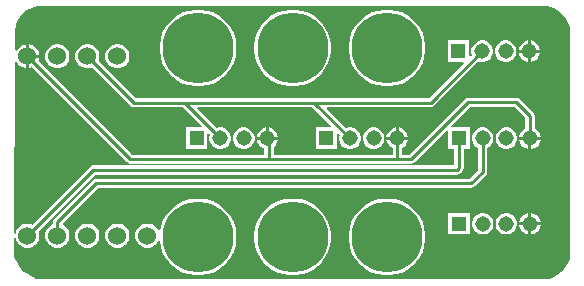
<source format=gbl>
G04*
G04 #@! TF.GenerationSoftware,Altium Limited,Altium Designer,23.0.1 (38)*
G04*
G04 Layer_Physical_Order=2*
G04 Layer_Color=16711680*
%FSLAX25Y25*%
%MOIN*%
G70*
G04*
G04 #@! TF.SameCoordinates,774D8BB4-ACF3-4C22-8FF0-7C46817B3CBB*
G04*
G04*
G04 #@! TF.FilePolarity,Positive*
G04*
G01*
G75*
%ADD12C,0.01000*%
%ADD18R,0.05150X0.05150*%
%ADD19C,0.05150*%
%ADD20C,0.06000*%
%ADD21C,0.23622*%
G36*
X525171Y127820D02*
X526456Y127287D01*
X527660Y126592D01*
X528763Y125746D01*
X529746Y124763D01*
X530592Y123660D01*
X531287Y122456D01*
X531820Y121171D01*
X532000Y120500D01*
X532000Y120500D01*
X532000Y120500D01*
X532000Y44500D01*
X531820Y43829D01*
X531287Y42544D01*
X530592Y41340D01*
X529746Y40237D01*
X528763Y39254D01*
X527660Y38408D01*
X526456Y37712D01*
X525171Y37180D01*
X524500Y37000D01*
X524500Y37000D01*
X524500Y37000D01*
X524500Y37000D01*
X354000Y37000D01*
X353370Y37259D01*
X352168Y37900D01*
X351035Y38655D01*
X349981Y39518D01*
X349019Y40481D01*
X348155Y41535D01*
X347399Y42668D01*
X346759Y43870D01*
X346500Y44500D01*
X346500Y44500D01*
X346541Y50756D01*
X347041Y50820D01*
X347273Y49956D01*
X347799Y49044D01*
X348544Y48299D01*
X349456Y47773D01*
X350473Y47500D01*
X351527D01*
X352544Y47773D01*
X353456Y48299D01*
X354201Y49044D01*
X354727Y49956D01*
X355000Y50973D01*
Y52027D01*
X354727Y53044D01*
X354720Y53057D01*
X373512Y71849D01*
X494292D01*
X494877Y71965D01*
X495374Y72297D01*
X495959Y72882D01*
X496291Y73378D01*
X496407Y73964D01*
Y80425D01*
X498453D01*
Y87575D01*
X492391D01*
X492200Y88037D01*
X498633Y94471D01*
X513367D01*
X516971Y90867D01*
Y87245D01*
X516305Y86861D01*
X515639Y86195D01*
X515169Y85380D01*
X514933Y84500D01*
X522067D01*
X521831Y85380D01*
X521360Y86195D01*
X520695Y86861D01*
X520029Y87245D01*
Y91500D01*
X519913Y92085D01*
X519581Y92581D01*
X515081Y97081D01*
X514585Y97413D01*
X514000Y97529D01*
X498000D01*
X497415Y97413D01*
X496919Y97081D01*
X478367Y78529D01*
X475777D01*
Y80755D01*
X476443Y81139D01*
X477109Y81805D01*
X477579Y82620D01*
X477815Y83500D01*
X470681D01*
X470917Y82620D01*
X471387Y81805D01*
X472053Y81139D01*
X472719Y80755D01*
Y78529D01*
X433029D01*
Y81044D01*
X433195Y81139D01*
X433860Y81805D01*
X434331Y82620D01*
X434567Y83500D01*
X427433D01*
X427669Y82620D01*
X428139Y81805D01*
X428805Y81139D01*
X429620Y80669D01*
X429971Y80575D01*
Y78529D01*
X385976D01*
X354720Y109786D01*
X354727Y109799D01*
X355000Y110816D01*
Y110843D01*
X351500D01*
Y107343D01*
X351527D01*
X352544Y107615D01*
X352557Y107623D01*
X384261Y75919D01*
X384757Y75587D01*
X385343Y75471D01*
X479000D01*
X479585Y75587D01*
X480081Y75919D01*
X490841Y86678D01*
X491303Y86487D01*
Y80425D01*
X493349D01*
Y74907D01*
X372878D01*
X372293Y74791D01*
X371796Y74459D01*
X352557Y55220D01*
X352544Y55227D01*
X351527Y55500D01*
X350473D01*
X349456Y55227D01*
X348544Y54701D01*
X347799Y53956D01*
X347273Y53044D01*
X347050Y52214D01*
X346550Y52281D01*
X346921Y109407D01*
X347422Y109539D01*
X347799Y108887D01*
X348544Y108142D01*
X349456Y107615D01*
X350473Y107343D01*
X350500D01*
Y111343D01*
Y115343D01*
X350473D01*
X349456Y115070D01*
X348544Y114543D01*
X347799Y113799D01*
X347446Y113187D01*
X346947Y113322D01*
X346981Y118499D01*
X347000Y118500D01*
X347000Y118500D01*
Y120025D01*
X347000Y120026D01*
X347117Y121081D01*
X347359Y121841D01*
X347641Y122730D01*
X348475Y124245D01*
X349590Y125568D01*
X350941Y126649D01*
X352477Y127445D01*
X354138Y127926D01*
X355000Y128000D01*
X355000Y128000D01*
X524500Y128000D01*
X525171Y127820D01*
D02*
G37*
%LPC*%
G36*
X518811Y116567D02*
Y113500D01*
X521878D01*
X521642Y114380D01*
X521172Y115195D01*
X520506Y115860D01*
X519691Y116331D01*
X518811Y116567D01*
D02*
G37*
G36*
X517811D02*
X516931Y116331D01*
X516116Y115860D01*
X515450Y115195D01*
X514980Y114380D01*
X514744Y113500D01*
X517811D01*
Y116567D01*
D02*
G37*
G36*
X351527Y115343D02*
X351500D01*
Y111843D01*
X355000D01*
Y111869D01*
X354727Y112887D01*
X354201Y113799D01*
X353456Y114543D01*
X352544Y115070D01*
X351527Y115343D01*
D02*
G37*
G36*
X503034Y116575D02*
X502092D01*
X501183Y116331D01*
X500368Y115860D01*
X499703Y115195D01*
X499232Y114380D01*
X498988Y113471D01*
Y112529D01*
X499187Y111787D01*
X498726Y111326D01*
X498264Y111517D01*
Y116575D01*
X491114D01*
Y109425D01*
X496172D01*
X496363Y108963D01*
X484772Y97372D01*
X387134D01*
X374720Y109786D01*
X374727Y109799D01*
X375000Y110816D01*
Y111869D01*
X374727Y112887D01*
X374201Y113799D01*
X373456Y114543D01*
X372544Y115070D01*
X371527Y115343D01*
X370473D01*
X369456Y115070D01*
X368544Y114543D01*
X367799Y113799D01*
X367273Y112887D01*
X367000Y111869D01*
Y110816D01*
X367273Y109799D01*
X367799Y108887D01*
X368544Y108142D01*
X369456Y107615D01*
X370473Y107343D01*
X371527D01*
X372544Y107615D01*
X372557Y107623D01*
X385419Y94761D01*
X385915Y94430D01*
X386500Y94313D01*
X402776D01*
X409052Y88037D01*
X408861Y87575D01*
X403803D01*
Y80425D01*
X410953D01*
Y85483D01*
X411415Y85674D01*
X411876Y85213D01*
X411677Y84471D01*
Y83529D01*
X411921Y82620D01*
X412391Y81805D01*
X413057Y81139D01*
X413872Y80669D01*
X414781Y80425D01*
X415723D01*
X416632Y80669D01*
X417447Y81139D01*
X418113Y81805D01*
X418583Y82620D01*
X418827Y83529D01*
Y84471D01*
X418583Y85380D01*
X418113Y86195D01*
X417447Y86861D01*
X416632Y87331D01*
X415723Y87575D01*
X414781D01*
X414039Y87376D01*
X407564Y93851D01*
X407755Y94313D01*
X446024D01*
X452300Y88037D01*
X452109Y87575D01*
X447051D01*
Y80425D01*
X454201D01*
Y85483D01*
X454663Y85674D01*
X455124Y85213D01*
X454925Y84471D01*
Y83529D01*
X455169Y82620D01*
X455640Y81805D01*
X456305Y81139D01*
X457120Y80669D01*
X458029Y80425D01*
X458971D01*
X459880Y80669D01*
X460695Y81139D01*
X461361Y81805D01*
X461831Y82620D01*
X462075Y83529D01*
Y84471D01*
X461831Y85380D01*
X461361Y86195D01*
X460695Y86861D01*
X459880Y87331D01*
X458971Y87575D01*
X458029D01*
X457287Y87376D01*
X450812Y93851D01*
X451003Y94313D01*
X485406D01*
X485991Y94430D01*
X486487Y94761D01*
X501350Y109624D01*
X502092Y109425D01*
X503034D01*
X503943Y109669D01*
X504758Y110140D01*
X505423Y110805D01*
X505894Y111620D01*
X506138Y112529D01*
Y113471D01*
X505894Y114380D01*
X505423Y115195D01*
X504758Y115860D01*
X503943Y116331D01*
X503034Y116575D01*
D02*
G37*
G36*
X521878Y112500D02*
X518811D01*
Y109433D01*
X519691Y109669D01*
X520506Y110140D01*
X521172Y110805D01*
X521642Y111620D01*
X521878Y112500D01*
D02*
G37*
G36*
X517811D02*
X514744D01*
X514980Y111620D01*
X515450Y110805D01*
X516116Y110140D01*
X516931Y109669D01*
X517811Y109433D01*
Y112500D01*
D02*
G37*
G36*
X510908Y116575D02*
X509966D01*
X509057Y116331D01*
X508242Y115860D01*
X507577Y115195D01*
X507106Y114380D01*
X506862Y113471D01*
Y112529D01*
X507106Y111620D01*
X507577Y110805D01*
X508242Y110140D01*
X509057Y109669D01*
X509966Y109425D01*
X510908D01*
X511817Y109669D01*
X512632Y110140D01*
X513298Y110805D01*
X513768Y111620D01*
X514012Y112529D01*
Y113471D01*
X513768Y114380D01*
X513298Y115195D01*
X512632Y115860D01*
X511817Y116331D01*
X510908Y116575D01*
D02*
G37*
G36*
X381527Y115343D02*
X380473D01*
X379456Y115070D01*
X378544Y114543D01*
X377799Y113799D01*
X377273Y112887D01*
X377000Y111869D01*
Y110816D01*
X377273Y109799D01*
X377799Y108887D01*
X378544Y108142D01*
X379456Y107615D01*
X380473Y107343D01*
X381527D01*
X382544Y107615D01*
X383456Y108142D01*
X384201Y108887D01*
X384727Y109799D01*
X385000Y110816D01*
Y111869D01*
X384727Y112887D01*
X384201Y113799D01*
X383456Y114543D01*
X382544Y115070D01*
X381527Y115343D01*
D02*
G37*
G36*
X361527D02*
X360473D01*
X359456Y115070D01*
X358544Y114543D01*
X357799Y113799D01*
X357273Y112887D01*
X357000Y111869D01*
Y110816D01*
X357273Y109799D01*
X357799Y108887D01*
X358544Y108142D01*
X359456Y107615D01*
X360473Y107343D01*
X361527D01*
X362544Y107615D01*
X363456Y108142D01*
X364201Y108887D01*
X364727Y109799D01*
X365000Y110816D01*
Y111869D01*
X364727Y112887D01*
X364201Y113799D01*
X363456Y114543D01*
X362544Y115070D01*
X361527Y115343D01*
D02*
G37*
G36*
X471870Y126870D02*
X469854D01*
X467862Y126555D01*
X465944Y125931D01*
X464148Y125016D01*
X462516Y123831D01*
X461091Y122405D01*
X459905Y120773D01*
X458990Y118977D01*
X458367Y117059D01*
X458051Y115067D01*
Y113051D01*
X458367Y111059D01*
X458990Y109141D01*
X459905Y107345D01*
X461091Y105713D01*
X462516Y104287D01*
X464148Y103102D01*
X465944Y102187D01*
X467862Y101563D01*
X469854Y101248D01*
X471870D01*
X473862Y101563D01*
X475780Y102187D01*
X477577Y103102D01*
X479208Y104287D01*
X480634Y105713D01*
X481819Y107345D01*
X482735Y109141D01*
X483358Y111059D01*
X483673Y113051D01*
Y115067D01*
X483358Y117059D01*
X482735Y118977D01*
X481819Y120773D01*
X480634Y122405D01*
X479208Y123831D01*
X477577Y125016D01*
X475780Y125931D01*
X473862Y126555D01*
X471870Y126870D01*
D02*
G37*
G36*
X440374D02*
X438358D01*
X436366Y126555D01*
X434448Y125931D01*
X432652Y125016D01*
X431020Y123831D01*
X429595Y122405D01*
X428409Y120773D01*
X427494Y118977D01*
X426871Y117059D01*
X426555Y115067D01*
Y113051D01*
X426871Y111059D01*
X427494Y109141D01*
X428409Y107345D01*
X429595Y105713D01*
X431020Y104287D01*
X432652Y103102D01*
X434448Y102187D01*
X436366Y101563D01*
X438358Y101248D01*
X440374D01*
X442366Y101563D01*
X444284Y102187D01*
X446081Y103102D01*
X447712Y104287D01*
X449138Y105713D01*
X450323Y107345D01*
X451239Y109141D01*
X451862Y111059D01*
X452177Y113051D01*
Y115067D01*
X451862Y117059D01*
X451239Y118977D01*
X450323Y120773D01*
X449138Y122405D01*
X447712Y123831D01*
X446081Y125016D01*
X444284Y125931D01*
X442366Y126555D01*
X440374Y126870D01*
D02*
G37*
G36*
X408878D02*
X406862D01*
X404870Y126555D01*
X402952Y125931D01*
X401156Y125016D01*
X399524Y123831D01*
X398098Y122405D01*
X396913Y120773D01*
X395998Y118977D01*
X395374Y117059D01*
X395059Y115067D01*
Y113051D01*
X395374Y111059D01*
X395998Y109141D01*
X396913Y107345D01*
X398098Y105713D01*
X399524Y104287D01*
X401156Y103102D01*
X402952Y102187D01*
X404870Y101563D01*
X406862Y101248D01*
X408878D01*
X410870Y101563D01*
X412788Y102187D01*
X414584Y103102D01*
X416216Y104287D01*
X417642Y105713D01*
X418827Y107345D01*
X419742Y109141D01*
X420366Y111059D01*
X420681Y113051D01*
Y115067D01*
X420366Y117059D01*
X419742Y118977D01*
X418827Y120773D01*
X417642Y122405D01*
X416216Y123831D01*
X414584Y125016D01*
X412788Y125931D01*
X410870Y126555D01*
X408878Y126870D01*
D02*
G37*
G36*
X474748Y87567D02*
Y84500D01*
X477815D01*
X477579Y85380D01*
X477109Y86195D01*
X476443Y86861D01*
X475628Y87331D01*
X474748Y87567D01*
D02*
G37*
G36*
X473748D02*
X472868Y87331D01*
X472053Y86861D01*
X471387Y86195D01*
X470917Y85380D01*
X470681Y84500D01*
X473748D01*
Y87567D01*
D02*
G37*
G36*
X431500D02*
Y84500D01*
X434567D01*
X434331Y85380D01*
X433860Y86195D01*
X433195Y86861D01*
X432380Y87331D01*
X431500Y87567D01*
D02*
G37*
G36*
X430500D02*
X429620Y87331D01*
X428805Y86861D01*
X428139Y86195D01*
X427669Y85380D01*
X427433Y84500D01*
X430500D01*
Y87567D01*
D02*
G37*
G36*
X522067Y83500D02*
X519000D01*
Y80433D01*
X519880Y80669D01*
X520695Y81139D01*
X521360Y81805D01*
X521831Y82620D01*
X522067Y83500D01*
D02*
G37*
G36*
X518000D02*
X514933D01*
X515169Y82620D01*
X515639Y81805D01*
X516305Y81139D01*
X517120Y80669D01*
X518000Y80433D01*
Y83500D01*
D02*
G37*
G36*
X511097Y87575D02*
X510155D01*
X509246Y87331D01*
X508431Y86861D01*
X507765Y86195D01*
X507295Y85380D01*
X507051Y84471D01*
Y83529D01*
X507295Y82620D01*
X507765Y81805D01*
X508431Y81139D01*
X509246Y80669D01*
X510155Y80425D01*
X511097D01*
X512006Y80669D01*
X512821Y81139D01*
X513486Y81805D01*
X513957Y82620D01*
X514201Y83529D01*
Y84471D01*
X513957Y85380D01*
X513486Y86195D01*
X512821Y86861D01*
X512006Y87331D01*
X511097Y87575D01*
D02*
G37*
G36*
X466845D02*
X465903D01*
X464994Y87331D01*
X464179Y86861D01*
X463514Y86195D01*
X463043Y85380D01*
X462799Y84471D01*
Y83529D01*
X463043Y82620D01*
X463514Y81805D01*
X464179Y81139D01*
X464994Y80669D01*
X465903Y80425D01*
X466845D01*
X467754Y80669D01*
X468569Y81139D01*
X469235Y81805D01*
X469705Y82620D01*
X469949Y83529D01*
Y84471D01*
X469705Y85380D01*
X469235Y86195D01*
X468569Y86861D01*
X467754Y87331D01*
X466845Y87575D01*
D02*
G37*
G36*
X423597D02*
X422655D01*
X421746Y87331D01*
X420931Y86861D01*
X420265Y86195D01*
X419795Y85380D01*
X419551Y84471D01*
Y83529D01*
X419795Y82620D01*
X420265Y81805D01*
X420931Y81139D01*
X421746Y80669D01*
X422655Y80425D01*
X423597D01*
X424506Y80669D01*
X425321Y81139D01*
X425986Y81805D01*
X426457Y82620D01*
X426701Y83529D01*
Y84471D01*
X426457Y85380D01*
X425986Y86195D01*
X425321Y86861D01*
X424506Y87331D01*
X423597Y87575D01*
D02*
G37*
G36*
X519000Y59067D02*
Y56000D01*
X522067D01*
X521831Y56880D01*
X521360Y57695D01*
X520695Y58361D01*
X519880Y58831D01*
X519000Y59067D01*
D02*
G37*
G36*
X518000D02*
X517120Y58831D01*
X516305Y58361D01*
X515639Y57695D01*
X515169Y56880D01*
X514933Y56000D01*
X518000D01*
Y59067D01*
D02*
G37*
G36*
X408878Y63878D02*
X406862D01*
X404870Y63563D01*
X402952Y62939D01*
X401156Y62024D01*
X399524Y60839D01*
X398098Y59413D01*
X396913Y57781D01*
X395998Y55985D01*
X395374Y54067D01*
X395240Y53217D01*
X394763Y53063D01*
X394711Y53073D01*
X394201Y53956D01*
X393456Y54701D01*
X392544Y55227D01*
X391527Y55500D01*
X390473D01*
X389456Y55227D01*
X388544Y54701D01*
X387799Y53956D01*
X387273Y53044D01*
X387000Y52027D01*
Y50973D01*
X387273Y49956D01*
X387799Y49044D01*
X388544Y48299D01*
X389456Y47773D01*
X390473Y47500D01*
X391527D01*
X392544Y47773D01*
X393456Y48299D01*
X394201Y49044D01*
X394603Y49741D01*
X395125Y49644D01*
X395374Y48067D01*
X395998Y46149D01*
X396913Y44353D01*
X398098Y42721D01*
X399524Y41295D01*
X401156Y40110D01*
X402952Y39195D01*
X404870Y38571D01*
X406862Y38256D01*
X408878D01*
X410870Y38571D01*
X412788Y39195D01*
X414584Y40110D01*
X416216Y41295D01*
X417642Y42721D01*
X418827Y44353D01*
X419742Y46149D01*
X420366Y48067D01*
X420681Y50059D01*
Y52075D01*
X420366Y54067D01*
X419742Y55985D01*
X418827Y57781D01*
X417642Y59413D01*
X416216Y60839D01*
X414584Y62024D01*
X412788Y62939D01*
X410870Y63563D01*
X408878Y63878D01*
D02*
G37*
G36*
X522067Y55000D02*
X519000D01*
Y51933D01*
X519880Y52169D01*
X520695Y52639D01*
X521360Y53305D01*
X521831Y54120D01*
X522067Y55000D01*
D02*
G37*
G36*
X518000D02*
X514933D01*
X515169Y54120D01*
X515639Y53305D01*
X516305Y52639D01*
X517120Y52169D01*
X518000Y51933D01*
Y55000D01*
D02*
G37*
G36*
X511097Y59075D02*
X510155D01*
X509246Y58831D01*
X508431Y58361D01*
X507765Y57695D01*
X507295Y56880D01*
X507051Y55971D01*
Y55029D01*
X507295Y54120D01*
X507765Y53305D01*
X508431Y52639D01*
X509246Y52169D01*
X510155Y51925D01*
X511097D01*
X512006Y52169D01*
X512821Y52639D01*
X513486Y53305D01*
X513957Y54120D01*
X514201Y55029D01*
Y55971D01*
X513957Y56880D01*
X513486Y57695D01*
X512821Y58361D01*
X512006Y58831D01*
X511097Y59075D01*
D02*
G37*
G36*
X503223D02*
X502281D01*
X501372Y58831D01*
X500557Y58361D01*
X499891Y57695D01*
X499421Y56880D01*
X499177Y55971D01*
Y55029D01*
X499421Y54120D01*
X499891Y53305D01*
X500557Y52639D01*
X501372Y52169D01*
X502281Y51925D01*
X503223D01*
X504132Y52169D01*
X504947Y52639D01*
X505613Y53305D01*
X506083Y54120D01*
X506327Y55029D01*
Y55971D01*
X506083Y56880D01*
X505613Y57695D01*
X504947Y58361D01*
X504132Y58831D01*
X503223Y59075D01*
D02*
G37*
G36*
X498453D02*
X491303D01*
Y51925D01*
X498453D01*
Y59075D01*
D02*
G37*
G36*
X381527Y55500D02*
X380473D01*
X379456Y55227D01*
X378544Y54701D01*
X377799Y53956D01*
X377273Y53044D01*
X377000Y52027D01*
Y50973D01*
X377273Y49956D01*
X377799Y49044D01*
X378544Y48299D01*
X379456Y47773D01*
X380473Y47500D01*
X381527D01*
X382544Y47773D01*
X383456Y48299D01*
X384201Y49044D01*
X384727Y49956D01*
X385000Y50973D01*
Y52027D01*
X384727Y53044D01*
X384201Y53956D01*
X383456Y54701D01*
X382544Y55227D01*
X381527Y55500D01*
D02*
G37*
G36*
X371527D02*
X370473D01*
X369456Y55227D01*
X368544Y54701D01*
X367799Y53956D01*
X367273Y53044D01*
X367000Y52027D01*
Y50973D01*
X367273Y49956D01*
X367799Y49044D01*
X368544Y48299D01*
X369456Y47773D01*
X370473Y47500D01*
X371527D01*
X372544Y47773D01*
X373456Y48299D01*
X374201Y49044D01*
X374727Y49956D01*
X375000Y50973D01*
Y52027D01*
X374727Y53044D01*
X374201Y53956D01*
X373456Y54701D01*
X372544Y55227D01*
X371527Y55500D01*
D02*
G37*
G36*
X503223Y87575D02*
X502281D01*
X501372Y87331D01*
X500557Y86861D01*
X499891Y86195D01*
X499421Y85380D01*
X499177Y84471D01*
Y83529D01*
X499421Y82620D01*
X499891Y81805D01*
X500557Y81139D01*
X501223Y80755D01*
Y73386D01*
X498366Y70529D01*
X374000D01*
X373415Y70413D01*
X372919Y70081D01*
X359919Y57081D01*
X359587Y56585D01*
X359471Y56000D01*
Y55231D01*
X359456Y55227D01*
X358544Y54701D01*
X357799Y53956D01*
X357273Y53044D01*
X357000Y52027D01*
Y50973D01*
X357273Y49956D01*
X357799Y49044D01*
X358544Y48299D01*
X359456Y47773D01*
X360473Y47500D01*
X361527D01*
X362544Y47773D01*
X363456Y48299D01*
X364201Y49044D01*
X364727Y49956D01*
X365000Y50973D01*
Y52027D01*
X364727Y53044D01*
X364201Y53956D01*
X363456Y54701D01*
X362895Y55025D01*
X362813Y55650D01*
X374634Y67471D01*
X499000D01*
X499585Y67587D01*
X500081Y67919D01*
X503833Y71671D01*
X504165Y72167D01*
X504281Y72752D01*
Y80755D01*
X504947Y81139D01*
X505613Y81805D01*
X506083Y82620D01*
X506327Y83529D01*
Y84471D01*
X506083Y85380D01*
X505613Y86195D01*
X504947Y86861D01*
X504132Y87331D01*
X503223Y87575D01*
D02*
G37*
G36*
X471870Y63878D02*
X469854D01*
X467862Y63563D01*
X465944Y62939D01*
X464148Y62024D01*
X462516Y60839D01*
X461091Y59413D01*
X459905Y57781D01*
X458990Y55985D01*
X458367Y54067D01*
X458051Y52075D01*
Y50059D01*
X458367Y48067D01*
X458990Y46149D01*
X459905Y44353D01*
X461091Y42721D01*
X462516Y41295D01*
X464148Y40110D01*
X465944Y39195D01*
X467862Y38571D01*
X469854Y38256D01*
X471870D01*
X473862Y38571D01*
X475780Y39195D01*
X477577Y40110D01*
X479208Y41295D01*
X480634Y42721D01*
X481819Y44353D01*
X482735Y46149D01*
X483358Y48067D01*
X483673Y50059D01*
Y52075D01*
X483358Y54067D01*
X482735Y55985D01*
X481819Y57781D01*
X480634Y59413D01*
X479208Y60839D01*
X477577Y62024D01*
X475780Y62939D01*
X473862Y63563D01*
X471870Y63878D01*
D02*
G37*
G36*
X440374D02*
X438358D01*
X436366Y63563D01*
X434448Y62939D01*
X432652Y62024D01*
X431020Y60839D01*
X429595Y59413D01*
X428409Y57781D01*
X427494Y55985D01*
X426871Y54067D01*
X426555Y52075D01*
Y50059D01*
X426871Y48067D01*
X427494Y46149D01*
X428409Y44353D01*
X429595Y42721D01*
X431020Y41295D01*
X432652Y40110D01*
X434448Y39195D01*
X436366Y38571D01*
X438358Y38256D01*
X440374D01*
X442366Y38571D01*
X444284Y39195D01*
X446081Y40110D01*
X447712Y41295D01*
X449138Y42721D01*
X450323Y44353D01*
X451239Y46149D01*
X451862Y48067D01*
X452177Y50059D01*
Y52075D01*
X451862Y54067D01*
X451239Y55985D01*
X450323Y57781D01*
X449138Y59413D01*
X447712Y60839D01*
X446081Y62024D01*
X444284Y62939D01*
X442366Y63563D01*
X440374Y63878D01*
D02*
G37*
%LPD*%
D12*
X499000Y69000D02*
X502752Y72752D01*
X361000Y56000D02*
X374000Y69000D01*
X499000D01*
X502752Y72752D02*
Y84000D01*
X494292Y73378D02*
X494878Y73964D01*
Y84000D01*
X372878Y73378D02*
X494292D01*
X351000Y51500D02*
X372878Y73378D01*
X431500Y77000D02*
X474000D01*
X385343D02*
X431500D01*
X431000Y84000D02*
X431500Y83500D01*
Y77000D02*
Y83500D01*
X474000Y77000D02*
X479000D01*
X474000D02*
X474248Y77248D01*
Y84000D01*
X514000Y96000D02*
X518500Y91500D01*
X479000Y77000D02*
X498000Y96000D01*
X514000D01*
X518500Y84000D02*
Y91500D01*
X351000Y111343D02*
X385343Y77000D01*
X446657Y95843D02*
X485406D01*
X502563Y113000D01*
X361000Y51500D02*
Y56000D01*
X446657Y95843D02*
X458500Y84000D01*
X403409Y95843D02*
X446657D01*
X403409D02*
X415252Y84000D01*
X386500Y95843D02*
X403409D01*
X371000Y111343D02*
X386500Y95843D01*
D18*
X407378Y84000D02*
D03*
X450626D02*
D03*
X494878Y55500D02*
D03*
Y84000D02*
D03*
X494689Y113000D02*
D03*
D19*
X415252Y84000D02*
D03*
X423126D02*
D03*
X431000D02*
D03*
X458500D02*
D03*
X466374D02*
D03*
X474248D02*
D03*
X518500Y55500D02*
D03*
X510626D02*
D03*
X502752D02*
D03*
X518500Y84000D02*
D03*
X510626D02*
D03*
X502752D02*
D03*
X518311Y113000D02*
D03*
X510437D02*
D03*
X502563D02*
D03*
D20*
X361000Y111343D02*
D03*
X371000D02*
D03*
X351000D02*
D03*
Y51500D02*
D03*
X391000D02*
D03*
X361000D02*
D03*
X381000D02*
D03*
X371000D02*
D03*
X381000Y111343D02*
D03*
D21*
X439366Y114059D02*
D03*
X470862D02*
D03*
X407870D02*
D03*
Y51067D02*
D03*
X439366D02*
D03*
X470862D02*
D03*
M02*

</source>
